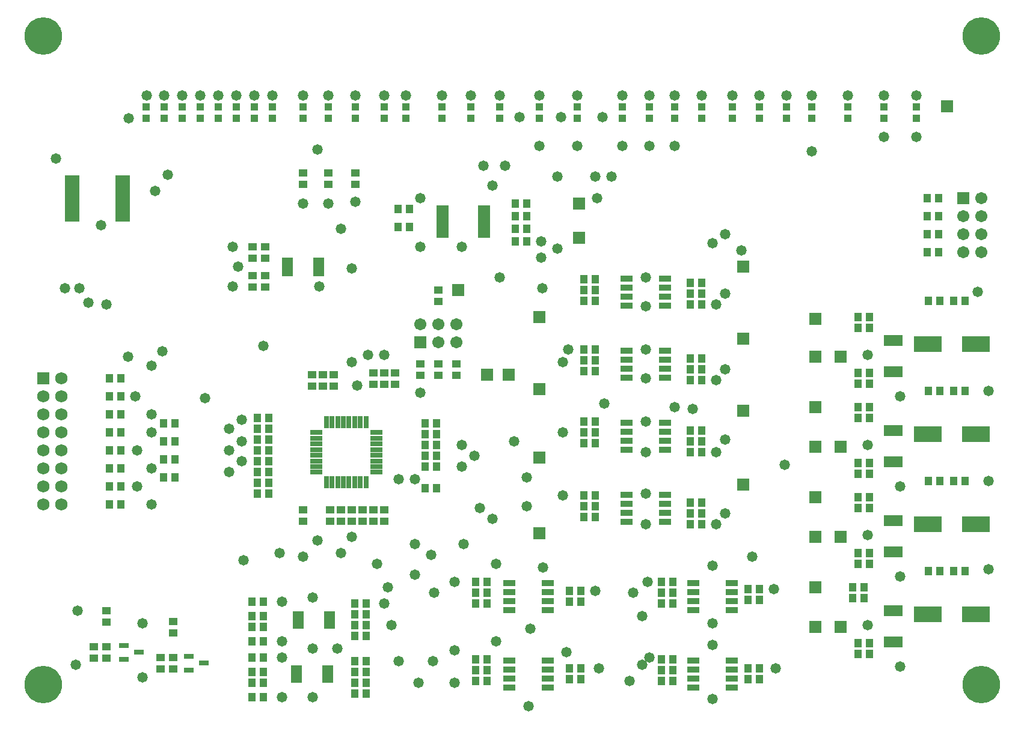
<source format=gts>
G04*
G04 #@! TF.GenerationSoftware,Altium Limited,Altium Designer,22.3.1 (43)*
G04*
G04 Layer_Color=8388736*
%FSLAX25Y25*%
%MOIN*%
G70*
G04*
G04 #@! TF.SameCoordinates,D3354991-DD5C-4E6D-8F59-54D9BE61E837*
G04*
G04*
G04 #@! TF.FilePolarity,Negative*
G04*
G01*
G75*
%ADD28R,0.05721X0.03162*%
%ADD29R,0.04540X0.03950*%
%ADD30R,0.02572X0.06312*%
%ADD31R,0.03950X0.04540*%
%ADD32R,0.15564X0.08871*%
%ADD33R,0.06607X0.03162*%
%ADD34R,0.03162X0.06607*%
%ADD35R,0.07887X0.02572*%
%ADD36R,0.03950X0.03950*%
%ADD37R,0.06816X0.03359*%
%ADD38R,0.06312X0.01981*%
%ADD39R,0.06312X0.02572*%
%ADD40R,0.06607X0.02572*%
%ADD41C,0.20800*%
%ADD42R,0.06706X0.06706*%
%ADD43C,0.06800*%
%ADD44R,0.06800X0.06800*%
%ADD45C,0.06706*%
%ADD46R,0.06706X0.06706*%
%ADD47C,0.05800*%
D28*
X73134Y38000D02*
D03*
X64866Y34260D02*
D03*
Y41740D02*
D03*
X100866Y35740D02*
D03*
Y28260D02*
D03*
X109134Y32000D02*
D03*
D29*
X48000Y34850D02*
D03*
Y41150D02*
D03*
X55000Y61150D02*
D03*
Y54850D02*
D03*
Y34850D02*
D03*
Y41150D02*
D03*
X203000Y110850D02*
D03*
Y117150D02*
D03*
X136000Y256850D02*
D03*
Y263150D02*
D03*
Y247150D02*
D03*
Y240850D02*
D03*
X143000Y263150D02*
D03*
Y256850D02*
D03*
X209000Y110850D02*
D03*
Y117150D02*
D03*
X164000D02*
D03*
Y110850D02*
D03*
X169000Y185850D02*
D03*
Y192150D02*
D03*
X92000Y48850D02*
D03*
Y55150D02*
D03*
X209000Y193000D02*
D03*
Y186701D02*
D03*
X143000Y240850D02*
D03*
Y247150D02*
D03*
X179000Y110850D02*
D03*
Y117150D02*
D03*
X215000Y193150D02*
D03*
Y186850D02*
D03*
X185000Y110850D02*
D03*
Y117150D02*
D03*
X197000Y110850D02*
D03*
Y117150D02*
D03*
X191000Y110850D02*
D03*
Y117150D02*
D03*
X239000Y198150D02*
D03*
Y191850D02*
D03*
X203000Y193150D02*
D03*
Y186850D02*
D03*
X229000Y198150D02*
D03*
Y191850D02*
D03*
X181000Y185701D02*
D03*
Y192000D02*
D03*
X175000Y185850D02*
D03*
Y192150D02*
D03*
X239000Y239000D02*
D03*
Y232701D02*
D03*
X249000Y198150D02*
D03*
Y191850D02*
D03*
X85000Y35150D02*
D03*
Y28850D02*
D03*
X92000Y35150D02*
D03*
Y28850D02*
D03*
X164000Y304150D02*
D03*
Y297850D02*
D03*
X193000Y304150D02*
D03*
Y297850D02*
D03*
X178000Y304150D02*
D03*
Y297850D02*
D03*
D30*
X487361Y61161D02*
D03*
X489921D02*
D03*
X492480D02*
D03*
X495039D02*
D03*
Y43839D02*
D03*
X492480D02*
D03*
X489921D02*
D03*
X487361D02*
D03*
Y193839D02*
D03*
X489921D02*
D03*
X492480D02*
D03*
X495039D02*
D03*
Y211161D02*
D03*
X492480D02*
D03*
X489921D02*
D03*
X487361D02*
D03*
Y143839D02*
D03*
X489921D02*
D03*
X492480D02*
D03*
X495039D02*
D03*
Y161161D02*
D03*
X492480D02*
D03*
X489921D02*
D03*
X487361D02*
D03*
Y93839D02*
D03*
X489921D02*
D03*
X492480D02*
D03*
X495039D02*
D03*
Y111161D02*
D03*
X492480D02*
D03*
X489921D02*
D03*
X487361D02*
D03*
D31*
X468850Y74000D02*
D03*
X475150D02*
D03*
X238150Y147000D02*
D03*
X231850D02*
D03*
X238150Y153000D02*
D03*
X231850D02*
D03*
X238150Y159000D02*
D03*
X231850D02*
D03*
X238150Y141000D02*
D03*
X231850D02*
D03*
X238150Y129000D02*
D03*
X231850D02*
D03*
X56850Y140000D02*
D03*
X63150D02*
D03*
X56850Y180000D02*
D03*
X63150D02*
D03*
X192850Y47000D02*
D03*
X199150D02*
D03*
X135850Y27000D02*
D03*
X142150D02*
D03*
X478150Y37000D02*
D03*
X471850D02*
D03*
X266150Y65000D02*
D03*
X259850D02*
D03*
X266150Y77000D02*
D03*
X259850D02*
D03*
X471850Y118000D02*
D03*
X478150D02*
D03*
X238150Y165000D02*
D03*
X231850D02*
D03*
X266150Y28000D02*
D03*
X259850D02*
D03*
X516299Y260000D02*
D03*
X510000D02*
D03*
X145150Y162000D02*
D03*
X138850D02*
D03*
X369150Y77000D02*
D03*
X362850D02*
D03*
X326150Y160000D02*
D03*
X319850D02*
D03*
X145150Y126000D02*
D03*
X138850D02*
D03*
X471850Y143000D02*
D03*
X478150D02*
D03*
X417150Y73000D02*
D03*
X410850D02*
D03*
X369150Y71000D02*
D03*
X362850D02*
D03*
X378850Y231000D02*
D03*
X385150D02*
D03*
X192850Y65000D02*
D03*
X199150D02*
D03*
X468850Y68000D02*
D03*
X475150D02*
D03*
X145150Y144000D02*
D03*
X138850D02*
D03*
X471850Y174000D02*
D03*
X478150D02*
D03*
X471850Y224000D02*
D03*
X478150D02*
D03*
X326150Y245000D02*
D03*
X319850D02*
D03*
X266150Y71000D02*
D03*
X259850D02*
D03*
X417150Y29000D02*
D03*
X410850D02*
D03*
X326150Y166000D02*
D03*
X319850D02*
D03*
X417150Y67000D02*
D03*
X410850D02*
D03*
X524850Y133000D02*
D03*
X531150D02*
D03*
X192850Y53000D02*
D03*
X199150D02*
D03*
X369150Y34000D02*
D03*
X362850D02*
D03*
X326150Y239000D02*
D03*
X319850D02*
D03*
X145150Y150000D02*
D03*
X138850D02*
D03*
X369150Y65000D02*
D03*
X362850D02*
D03*
X516299Y290000D02*
D03*
X510000D02*
D03*
X192850Y21000D02*
D03*
X199150D02*
D03*
X478150Y137000D02*
D03*
X471850D02*
D03*
X192850Y59000D02*
D03*
X199150D02*
D03*
X318150Y23000D02*
D03*
X311850D02*
D03*
X369150Y22000D02*
D03*
X362850D02*
D03*
X318150Y29000D02*
D03*
X311850D02*
D03*
X524850Y183000D02*
D03*
X531150D02*
D03*
X516299Y280000D02*
D03*
X510000D02*
D03*
X145150Y156000D02*
D03*
X138850D02*
D03*
X471850Y218000D02*
D03*
X478150D02*
D03*
X417150Y23000D02*
D03*
X410850D02*
D03*
X471850Y168000D02*
D03*
X478150D02*
D03*
X516299Y270000D02*
D03*
X510000D02*
D03*
X478150Y187000D02*
D03*
X471850D02*
D03*
X385150Y243000D02*
D03*
X378850D02*
D03*
X135850Y58000D02*
D03*
X142150D02*
D03*
X135850Y21000D02*
D03*
X142150D02*
D03*
X145150Y138000D02*
D03*
X138850D02*
D03*
X145150Y168000D02*
D03*
X138850D02*
D03*
X266150Y34000D02*
D03*
X259850D02*
D03*
X478150Y87000D02*
D03*
X471850D02*
D03*
X192850Y27000D02*
D03*
X199150D02*
D03*
X266150Y22000D02*
D03*
X259850D02*
D03*
X318150Y72000D02*
D03*
X311850D02*
D03*
X471850Y124000D02*
D03*
X478150D02*
D03*
X192850Y33000D02*
D03*
X199150D02*
D03*
X471850Y93000D02*
D03*
X478150D02*
D03*
X135850Y52000D02*
D03*
X142150D02*
D03*
X471850Y193000D02*
D03*
X478150D02*
D03*
X524850Y83000D02*
D03*
X531150D02*
D03*
X192850Y15000D02*
D03*
X199150D02*
D03*
X369150Y28000D02*
D03*
X362850D02*
D03*
X524850Y233000D02*
D03*
X531150D02*
D03*
X145150Y132000D02*
D03*
X138850D02*
D03*
X318150Y66000D02*
D03*
X311850D02*
D03*
X471850Y43000D02*
D03*
X478150D02*
D03*
X142150Y35000D02*
D03*
X135850D02*
D03*
X142150Y13000D02*
D03*
X135850D02*
D03*
X517150Y83000D02*
D03*
X510850D02*
D03*
X142150Y44000D02*
D03*
X135850D02*
D03*
X56850Y170000D02*
D03*
X63150D02*
D03*
X56850Y150000D02*
D03*
X63150D02*
D03*
X517150Y133000D02*
D03*
X510850D02*
D03*
X56850Y130000D02*
D03*
X63150D02*
D03*
X93150Y165000D02*
D03*
X86850D02*
D03*
X93150Y155000D02*
D03*
X86850D02*
D03*
X93150Y145000D02*
D03*
X86850D02*
D03*
X93150Y135000D02*
D03*
X86850D02*
D03*
X56850Y190000D02*
D03*
X63150D02*
D03*
X517150Y233000D02*
D03*
X510850D02*
D03*
X517150Y183000D02*
D03*
X510850D02*
D03*
X142150Y66000D02*
D03*
X135850D02*
D03*
X56850Y160000D02*
D03*
X63150D02*
D03*
X56850Y120000D02*
D03*
X63150D02*
D03*
X385150Y121000D02*
D03*
X378850D02*
D03*
X385150Y161000D02*
D03*
X378850D02*
D03*
Y115000D02*
D03*
X385150D02*
D03*
X378850Y149000D02*
D03*
X385150D02*
D03*
X326150Y206000D02*
D03*
X319850D02*
D03*
Y194000D02*
D03*
X326150D02*
D03*
Y119000D02*
D03*
X319850D02*
D03*
Y113000D02*
D03*
X326150D02*
D03*
X281850Y287000D02*
D03*
X288150D02*
D03*
X378850Y109000D02*
D03*
X385150D02*
D03*
X281850Y266000D02*
D03*
X288150D02*
D03*
X223150Y284000D02*
D03*
X216850D02*
D03*
X385150Y201000D02*
D03*
X378850D02*
D03*
Y195000D02*
D03*
X385150D02*
D03*
X319850Y233000D02*
D03*
X326150D02*
D03*
X281850Y273000D02*
D03*
X288150D02*
D03*
X319850Y154000D02*
D03*
X326150D02*
D03*
X378850Y189000D02*
D03*
X385150D02*
D03*
X223150Y274000D02*
D03*
X216850D02*
D03*
X326150Y200000D02*
D03*
X319850D02*
D03*
X326150Y125000D02*
D03*
X319850D02*
D03*
X378850Y237000D02*
D03*
X385150D02*
D03*
X288150Y280000D02*
D03*
X281850D02*
D03*
X378850Y155000D02*
D03*
X385150D02*
D03*
D32*
X537186Y59000D02*
D03*
X510414D02*
D03*
X537186Y109000D02*
D03*
X510414D02*
D03*
Y209000D02*
D03*
X537186D02*
D03*
X510414Y159000D02*
D03*
X537186D02*
D03*
D33*
X171315Y160024D02*
D03*
Y156874D02*
D03*
Y153724D02*
D03*
Y150575D02*
D03*
Y147425D02*
D03*
Y144276D02*
D03*
Y141126D02*
D03*
Y137976D02*
D03*
X204685D02*
D03*
Y141126D02*
D03*
Y144276D02*
D03*
Y147425D02*
D03*
Y150575D02*
D03*
Y153724D02*
D03*
Y156874D02*
D03*
Y160024D02*
D03*
D34*
X176976Y132315D02*
D03*
X180126D02*
D03*
X183276D02*
D03*
X186425D02*
D03*
X189575D02*
D03*
X192724D02*
D03*
X195874D02*
D03*
X199024D02*
D03*
Y165685D02*
D03*
X195874D02*
D03*
X192724D02*
D03*
X189575D02*
D03*
X186425D02*
D03*
X183276D02*
D03*
X180126D02*
D03*
X176976D02*
D03*
D35*
X63976Y301516D02*
D03*
Y298957D02*
D03*
Y296398D02*
D03*
Y293839D02*
D03*
Y291280D02*
D03*
Y288720D02*
D03*
Y286161D02*
D03*
Y283602D02*
D03*
Y281043D02*
D03*
Y278484D02*
D03*
X36024D02*
D03*
Y281043D02*
D03*
Y283602D02*
D03*
Y286161D02*
D03*
Y288720D02*
D03*
Y291280D02*
D03*
Y293839D02*
D03*
Y296398D02*
D03*
Y298957D02*
D03*
Y301516D02*
D03*
D36*
X77000Y334350D02*
D03*
Y340650D02*
D03*
X466000Y334350D02*
D03*
Y340650D02*
D03*
X356000Y334350D02*
D03*
Y340650D02*
D03*
X316000Y334350D02*
D03*
Y340650D02*
D03*
X432000Y334350D02*
D03*
Y340650D02*
D03*
X107000Y334350D02*
D03*
Y340650D02*
D03*
X370000Y334350D02*
D03*
Y340650D02*
D03*
X127000Y334350D02*
D03*
Y340650D02*
D03*
X147000Y334350D02*
D03*
Y340650D02*
D03*
X137000Y334350D02*
D03*
Y340650D02*
D03*
X178000Y334350D02*
D03*
Y340650D02*
D03*
X209000Y334350D02*
D03*
Y340650D02*
D03*
X504000Y334350D02*
D03*
Y340650D02*
D03*
X193000Y334350D02*
D03*
Y340650D02*
D03*
X87000Y334350D02*
D03*
Y340650D02*
D03*
X417000Y334350D02*
D03*
Y340650D02*
D03*
X273000Y334350D02*
D03*
Y340650D02*
D03*
X385000Y334350D02*
D03*
Y340650D02*
D03*
X486000Y334350D02*
D03*
Y340650D02*
D03*
X97000Y334350D02*
D03*
Y340650D02*
D03*
X295000Y334350D02*
D03*
Y340650D02*
D03*
X164000Y334350D02*
D03*
Y340650D02*
D03*
X402000Y334350D02*
D03*
Y340650D02*
D03*
X257000Y334350D02*
D03*
Y340650D02*
D03*
X241000Y334350D02*
D03*
Y340650D02*
D03*
X117000Y334350D02*
D03*
Y340650D02*
D03*
X446000Y334350D02*
D03*
Y340650D02*
D03*
X341000Y334350D02*
D03*
Y340650D02*
D03*
X221000Y334350D02*
D03*
Y340650D02*
D03*
D37*
X299673Y76500D02*
D03*
Y71500D02*
D03*
Y66500D02*
D03*
Y61500D02*
D03*
X278327D02*
D03*
Y66500D02*
D03*
Y71500D02*
D03*
Y76500D02*
D03*
X299673Y33500D02*
D03*
Y28500D02*
D03*
Y23500D02*
D03*
Y18500D02*
D03*
X278327D02*
D03*
Y23500D02*
D03*
Y28500D02*
D03*
Y33500D02*
D03*
X364673Y205500D02*
D03*
Y200500D02*
D03*
Y195500D02*
D03*
Y190500D02*
D03*
X343327D02*
D03*
Y195500D02*
D03*
Y200500D02*
D03*
Y205500D02*
D03*
X401673Y33500D02*
D03*
Y28500D02*
D03*
Y23500D02*
D03*
Y18500D02*
D03*
X380327D02*
D03*
Y23500D02*
D03*
Y28500D02*
D03*
Y33500D02*
D03*
X364673Y125500D02*
D03*
Y120500D02*
D03*
Y115500D02*
D03*
Y110500D02*
D03*
X343327D02*
D03*
Y115500D02*
D03*
Y120500D02*
D03*
Y125500D02*
D03*
X364673Y245500D02*
D03*
Y240500D02*
D03*
Y235500D02*
D03*
Y230500D02*
D03*
X343327D02*
D03*
Y235500D02*
D03*
Y240500D02*
D03*
Y245500D02*
D03*
X401673Y76500D02*
D03*
Y71500D02*
D03*
Y66500D02*
D03*
Y61500D02*
D03*
X380327D02*
D03*
Y66500D02*
D03*
Y71500D02*
D03*
Y76500D02*
D03*
X364673Y165500D02*
D03*
Y160500D02*
D03*
Y155500D02*
D03*
Y150500D02*
D03*
X343327D02*
D03*
Y155500D02*
D03*
Y160500D02*
D03*
Y165500D02*
D03*
D38*
X178661Y59937D02*
D03*
Y57968D02*
D03*
Y56000D02*
D03*
Y54031D02*
D03*
Y52063D02*
D03*
X161339D02*
D03*
Y54031D02*
D03*
Y56000D02*
D03*
Y57968D02*
D03*
Y59937D02*
D03*
X177661Y29937D02*
D03*
Y27968D02*
D03*
Y26000D02*
D03*
Y24032D02*
D03*
Y22063D02*
D03*
X160339D02*
D03*
Y24032D02*
D03*
Y26000D02*
D03*
Y27968D02*
D03*
Y29937D02*
D03*
D39*
X155339Y255839D02*
D03*
Y253279D02*
D03*
Y250721D02*
D03*
Y248161D02*
D03*
X172661D02*
D03*
Y250721D02*
D03*
Y253279D02*
D03*
Y255839D02*
D03*
D40*
X264567Y284677D02*
D03*
Y282118D02*
D03*
Y279559D02*
D03*
Y277000D02*
D03*
Y274441D02*
D03*
Y271882D02*
D03*
Y269323D02*
D03*
X241433D02*
D03*
Y271882D02*
D03*
Y274441D02*
D03*
Y277000D02*
D03*
Y279559D02*
D03*
Y282118D02*
D03*
Y284677D02*
D03*
D41*
X20000Y380000D02*
D03*
X540000Y20000D02*
D03*
X20000D02*
D03*
X540000Y380000D02*
D03*
D42*
X408000Y212000D02*
D03*
X229000Y210000D02*
D03*
X317000Y268000D02*
D03*
X462000Y152000D02*
D03*
X521000Y341000D02*
D03*
X295000Y224000D02*
D03*
X250000Y239000D02*
D03*
X448000Y152000D02*
D03*
X462000Y202000D02*
D03*
X448000Y102000D02*
D03*
X266000Y192000D02*
D03*
X448000Y52000D02*
D03*
X317000Y287000D02*
D03*
X278000Y192000D02*
D03*
X448000Y124000D02*
D03*
X295000Y184000D02*
D03*
X448000Y223000D02*
D03*
X462000Y52000D02*
D03*
Y102000D02*
D03*
X408000Y172000D02*
D03*
X448000Y174000D02*
D03*
X408000Y131000D02*
D03*
X448000Y74000D02*
D03*
X408000Y252000D02*
D03*
X295000Y104000D02*
D03*
X448000Y202000D02*
D03*
X295000Y146000D02*
D03*
D43*
X20000Y180000D02*
D03*
X30000Y190000D02*
D03*
X20000Y170000D02*
D03*
Y160000D02*
D03*
Y150000D02*
D03*
Y140000D02*
D03*
Y130000D02*
D03*
Y120000D02*
D03*
X30000Y180000D02*
D03*
Y170000D02*
D03*
Y160000D02*
D03*
Y150000D02*
D03*
Y140000D02*
D03*
Y130000D02*
D03*
Y120000D02*
D03*
D44*
X20000Y190000D02*
D03*
D45*
X229000Y220000D02*
D03*
X239000Y210000D02*
D03*
Y220000D02*
D03*
X249000Y210000D02*
D03*
Y220000D02*
D03*
X540000Y290000D02*
D03*
X530000Y280000D02*
D03*
X540000D02*
D03*
X530000Y270000D02*
D03*
X540000D02*
D03*
X530000Y260000D02*
D03*
X540000D02*
D03*
D46*
X530000Y290000D02*
D03*
D47*
X151000Y93000D02*
D03*
X211000Y74000D02*
D03*
X209000Y65000D02*
D03*
X213000Y53000D02*
D03*
X271000Y87000D02*
D03*
X331000Y176000D02*
D03*
X380000Y173000D02*
D03*
X413000Y91000D02*
D03*
X347000Y71000D02*
D03*
X370000Y174000D02*
D03*
X308000Y160000D02*
D03*
X281000Y155000D02*
D03*
X308000Y199000D02*
D03*
X248000Y77000D02*
D03*
X296000Y257000D02*
D03*
X229000Y263000D02*
D03*
X391000Y265000D02*
D03*
X398000Y270000D02*
D03*
X407000Y261000D02*
D03*
X252000Y263000D02*
D03*
X296787Y240213D02*
D03*
X296000Y266000D02*
D03*
X356000Y35000D02*
D03*
X226000Y134000D02*
D03*
X217000D02*
D03*
X398000Y237000D02*
D03*
Y195000D02*
D03*
Y156000D02*
D03*
Y115000D02*
D03*
X393000Y109000D02*
D03*
Y149000D02*
D03*
Y189000D02*
D03*
Y231000D02*
D03*
X269000Y112000D02*
D03*
X253000Y98000D02*
D03*
X226000D02*
D03*
X262000Y118000D02*
D03*
X185000Y273000D02*
D03*
X229000Y290000D02*
D03*
X273000Y246000D02*
D03*
X305000Y262000D02*
D03*
Y302000D02*
D03*
X276126Y308215D02*
D03*
X264000Y308000D02*
D03*
X172000Y317000D02*
D03*
X191000Y251000D02*
D03*
X185000Y93000D02*
D03*
X178000Y287000D02*
D03*
X193000Y288000D02*
D03*
X191000Y102000D02*
D03*
X352000Y31000D02*
D03*
X345000Y22000D02*
D03*
X352000Y58000D02*
D03*
X164000Y91000D02*
D03*
X226000Y81000D02*
D03*
X236000Y33000D02*
D03*
X228000Y21000D02*
D03*
X217075Y33000D02*
D03*
X205000Y87000D02*
D03*
X109765Y179235D02*
D03*
X164000Y287000D02*
D03*
X142000Y208000D02*
D03*
X123000Y138000D02*
D03*
X131000Y89000D02*
D03*
X38000Y31000D02*
D03*
X39000Y61000D02*
D03*
X290000Y51000D02*
D03*
X271000Y44000D02*
D03*
X328000Y29000D02*
D03*
X289000Y8000D02*
D03*
X310000Y38000D02*
D03*
X297000Y85000D02*
D03*
X248000Y21000D02*
D03*
Y39000D02*
D03*
X236586Y71000D02*
D03*
X288150Y135150D02*
D03*
X288000Y119000D02*
D03*
X327000Y290000D02*
D03*
X326000Y302000D02*
D03*
X335000D02*
D03*
X446000Y316000D02*
D03*
X431000Y142000D02*
D03*
X311000Y206000D02*
D03*
X308000Y125000D02*
D03*
X370000Y319000D02*
D03*
X355000Y77000D02*
D03*
X356000Y319000D02*
D03*
X252000Y153000D02*
D03*
X341000Y319000D02*
D03*
X259000Y147000D02*
D03*
X316000Y319000D02*
D03*
X252000Y141000D02*
D03*
X295000Y319000D02*
D03*
X486000Y347000D02*
D03*
X425000Y73000D02*
D03*
X426000Y29000D02*
D03*
X326000Y72000D02*
D03*
X391000Y12000D02*
D03*
Y42000D02*
D03*
Y54000D02*
D03*
Y86000D02*
D03*
X169500Y40000D02*
D03*
Y13000D02*
D03*
X152500D02*
D03*
Y35000D02*
D03*
X183000Y40000D02*
D03*
X152500Y66000D02*
D03*
Y44000D02*
D03*
X235000Y92000D02*
D03*
X169500Y68400D02*
D03*
X75000Y54000D02*
D03*
Y24000D02*
D03*
X173000Y241000D02*
D03*
X128000Y252000D02*
D03*
X125000Y263000D02*
D03*
Y241000D02*
D03*
X486000Y324000D02*
D03*
X504000D02*
D03*
X330000Y335000D02*
D03*
X307000D02*
D03*
X284000D02*
D03*
X477000Y203000D02*
D03*
X495000Y180000D02*
D03*
X477000Y153000D02*
D03*
X495000Y130000D02*
D03*
Y30000D02*
D03*
Y80000D02*
D03*
X477000Y103000D02*
D03*
Y53000D02*
D03*
X544000Y183000D02*
D03*
X538000Y238000D02*
D03*
X544000Y133000D02*
D03*
Y84000D02*
D03*
X354000Y109000D02*
D03*
Y126000D02*
D03*
Y149000D02*
D03*
Y166000D02*
D03*
Y230000D02*
D03*
Y190000D02*
D03*
Y206000D02*
D03*
Y246000D02*
D03*
X269000Y297000D02*
D03*
X504000Y347000D02*
D03*
X466000D02*
D03*
X446000D02*
D03*
X432000D02*
D03*
X417000D02*
D03*
X402000D02*
D03*
X385000D02*
D03*
X370000D02*
D03*
X356000D02*
D03*
X341000D02*
D03*
X316000D02*
D03*
X295000D02*
D03*
X273000D02*
D03*
X257000D02*
D03*
X241000D02*
D03*
X193000D02*
D03*
X178000D02*
D03*
X164000D02*
D03*
X221000D02*
D03*
X209000D02*
D03*
X45000Y232000D02*
D03*
X40000Y240000D02*
D03*
X32000D02*
D03*
X82000Y294000D02*
D03*
X89000Y303000D02*
D03*
X55000Y231000D02*
D03*
X67000Y202000D02*
D03*
X72000Y150000D02*
D03*
X86000Y205000D02*
D03*
X80000Y197000D02*
D03*
Y170000D02*
D03*
X71000Y180000D02*
D03*
X52000Y275000D02*
D03*
X27000Y312000D02*
D03*
X67350Y334350D02*
D03*
X130000Y167000D02*
D03*
X80000Y160000D02*
D03*
X123000Y162000D02*
D03*
X130000Y155000D02*
D03*
X80000Y140000D02*
D03*
X123000Y150000D02*
D03*
X72000Y130000D02*
D03*
X80000Y120000D02*
D03*
X130000Y144000D02*
D03*
X209000Y203000D02*
D03*
X191000Y199000D02*
D03*
X194000Y186000D02*
D03*
X229000Y182000D02*
D03*
X200000Y203000D02*
D03*
X172000Y100000D02*
D03*
X147000Y347000D02*
D03*
X137000D02*
D03*
X127000D02*
D03*
X117000D02*
D03*
X107000D02*
D03*
X97000D02*
D03*
X87000D02*
D03*
X77400D02*
D03*
M02*

</source>
